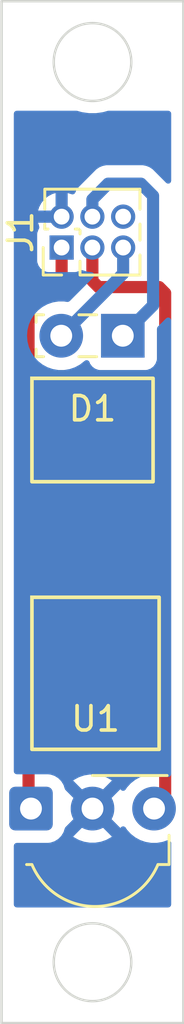
<source format=kicad_pcb>
(kicad_pcb (version 20240108) (generator "pcbnew") (generator_version "8.0")
  (layers (0 "F.Cu" signal) (31 "B.Cu" signal) (34 "B.Paste" user) (35 "F.Paste" user) (36 "B.SilkS" user "B.Silkscreen") (37 "F.SilkS" user "F.Silkscreen") (38 "B.Mask" user) (39 "F.Mask" user) (44 "Edge.Cuts" user))
  (net 0 "")
  (net 1 "Net-(D1-A)")
  (net 2 "Net-(D1-K)")
  (net 3 "GND")
  (net 4 "Lock")
  (net 5 "VCC")
  (footprint "OptoDevice:Vishay_MOLD-3Pin" (layer "F.Cu") (at 137.21 121.185)
    (property "Reference" "U1" (at 2.665 -3.685 0) (layer "F.SilkS"))
    (property "Value" "TSOP348xx" (hide yes))
    (fp_line (start 0.04 2.3) (end -0.18 2.3) (stroke (width 0.12)) (layer "F.SilkS"))
    (fp_line (start 5.62 -1.36) (end 2.54 -1.36) (stroke (width 0.12)) (layer "F.SilkS"))
    (fp_line (start 5.7 2.3) (end 5.24 2.3) (stroke (width 0.12)) (layer "F.SilkS"))
    (fp_line (start 5.7 2.3) (end 5.7 1.1) (stroke (width 0.12)) (layer "F.SilkS"))
    (fp_arc (start 5.24 2.3) (mid 2.64 4.023119) (end 0.04 2.3) (stroke (width 0.12)) (layer "F.SilkS"))
    (pad "1" thru_hole roundrect (at 0 0) (size 1.8 1.8) (drill 0.9) (layers "*.Cu" "*.Mask") (roundrect_rratio 0.138) (net 4 "Lock"))
    (pad "2" thru_hole circle (at 2.54 0) (size 1.8 1.8) (drill 0.9) (layers "*.Cu" "*.Mask") (net 3 "GND"))
    (pad "3" thru_hole circle (at 5.08 0) (size 1.8 1.8) (drill 0.9) (layers "*.Cu" "*.Mask") (net 5 "VCC"))
  )
  (footprint "Connector_PinHeader_1.27mm:PinHeader_2x03_P1.27mm_Vertical" (layer "F.Cu") (at 138.475 98.125 90)
    (property "Reference" "J1" (at 0.635 -1.695 90) (layer "F.SilkS"))
    (property "Value" "Conn_01x05_Male" (hide yes))
    (fp_line (start -1.13 -0.76) (end 0 -0.76) (stroke (width 0.12)) (layer "F.SilkS"))
    (fp_line (start 2.4 -0.695) (end 2.4 3.235) (stroke (width 0.12)) (layer "F.SilkS"))
    (fp_line (start 1.57753 -0.695) (end 2.4 -0.695) (stroke (width 0.12)) (layer "F.SilkS"))
    (fp_line (start 0.76 -0.695) (end 0.96247 -0.695) (stroke (width 0.12)) (layer "F.SilkS"))
    (fp_line (start 0.76 -0.563471) (end 0.76 -0.695) (stroke (width 0.12)) (layer "F.SilkS"))
    (fp_line (start -1.13 0) (end -1.13 -0.76) (stroke (width 0.12)) (layer "F.SilkS"))
    (fp_line (start 0.76 0.706529) (end 0.76 0.563471) (stroke (width 0.12)) (layer "F.SilkS"))
    (fp_line (start 0.563471 0.76) (end 0.706529 0.76) (stroke (width 0.12)) (layer "F.SilkS"))
    (fp_line (start -1.13 0.76) (end -0.563471 0.76) (stroke (width 0.12)) (layer "F.SilkS"))
    (fp_line (start -1.13 0.76) (end -1.13 3.235) (stroke (width 0.12)) (layer "F.SilkS"))
    (fp_line (start 1.57753 3.235) (end 2.4 3.235) (stroke (width 0.12)) (layer "F.SilkS"))
    (fp_line (start 0.30753 3.235) (end 0.96247 3.235) (stroke (width 0.12)) (layer "F.SilkS"))
    (fp_line (start -1.13 3.235) (end -0.30753 3.235) (stroke (width 0.12)) (layer "F.SilkS"))
    (pad "1" thru_hole rect (at 0 0 90) (size 1 1) (drill 0.65) (layers "*.Cu" "*.Mask") (net 4 "Lock"))
    (pad "2" thru_hole oval (at 1.27 0 90) (size 1 1) (drill 0.65) (layers "*.Cu" "*.Mask") (net 3 "GND"))
    (pad "3" thru_hole oval (at 0 1.27 90) (size 1 1) (drill 0.65) (layers "*.Cu" "*.Mask") (net 5 "VCC"))
    (pad "4" thru_hole oval (at 1.27 1.27 90) (size 1 1) (drill 0.65) (layers "*.Cu" "*.Mask") (net 2 "Net-(D1-K)"))
    (pad "5" thru_hole oval (at 0 2.54 90) (size 1 1) (drill 0.65) (layers "*.Cu" "*.Mask") (net 1 "Net-(D1-A)"))
    (pad "6" thru_hole oval (at 1.27 2.54 90) (size 1 1) (drill 0.65) (layers "*.Cu" "*.Mask"))
  )
  (footprint "LED_THT:LED_SideEmitter_Rectangular_W4.5mm_H1.6mm" (layer "F.Cu") (at 141 101.75 180)
    (property "Reference" "D1" (at 1.25 -3 0) (layer "F.SilkS"))
    (property "Value" "IRL81A" (hide yes))
    (fp_line (start 3.58 0.555) (end 3.58 0.861) (stroke (width 0.12)) (layer "F.SilkS"))
    (fp_line (start 3.58 -0.861) (end 3.58 -0.555) (stroke (width 0.12)) (layer "F.SilkS"))
    (fp_line (start 3.27 0.861) (end 3.58 0.861) (stroke (width 0.12)) (layer "F.SilkS"))
    (fp_line (start 3.27 -0.861) (end 3.58 -0.861) (stroke (width 0.12)) (layer "F.SilkS"))
    (fp_line (start 1.08 0.861) (end 1.811 0.861) (stroke (width 0.12)) (layer "F.SilkS"))
    (fp_line (start 1.08 -0.861) (end 1.811 -0.861) (stroke (width 0.12)) (layer "F.SilkS"))
    (pad "1" thru_hole rect (at 0 0 180) (size 1.8 1.8) (drill 0.9) (layers "*.Cu" "*.Mask") (net 2 "Net-(D1-K)"))
    (pad "2" thru_hole circle (at 2.54 0 180) (size 1.8 1.8) (drill 0.9) (layers "*.Cu" "*.Mask") (net 1 "Net-(D1-A)"))
  )
  (gr_rect (start 137.25 112.5) (end 142.5 118.75) (stroke (width 0.15)) (fill none) (layer "F.SilkS"))
  (gr_rect (start 137.25 103.5) (end 142.25 107.75) (stroke (width 0.15)) (fill none) (layer "F.SilkS"))
  (gr_circle (center 139.75 90.5) (end 141.35 90.5) (stroke (width 0.1)) (fill none) (layer "Edge.Cuts"))
  (gr_line (start 136 88) (end 143.5 88) (stroke (width 0.1)) (layer "Edge.Cuts"))
  (gr_line (start 143.5 88) (end 143.5 130) (stroke (width 0.1)) (layer "Edge.Cuts"))
  (gr_circle (center 139.75 127.5) (end 141.35 127.5) (stroke (width 0.1)) (fill none) (layer "Edge.Cuts"))
  (gr_line (start 143.5 130) (end 136 130) (stroke (width 0.1)) (layer "Edge.Cuts"))
  (gr_line (start 136 130) (end 136 88) (stroke (width 0.1)) (layer "Edge.Cuts"))
  (segment (start 141.015 99.195) (end 141.015 98.125) (width 0.5) (layer "B.Cu") (net 1))
  (segment (start 138.46 101.75) (end 141.015 99.195) (width 0.5) (layer "B.Cu") (net 1))
  (segment (start 141 101.75) (end 142.25 100.5) (width 0.5) (layer "B.Cu") (net 2))
  (segment (start 141.75 95.5) (end 140.392894 95.5) (width 0.5) (layer "B.Cu") (net 2))
  (segment (start 139.745 96.147894) (end 139.745 96.855) (width 0.5) (layer "B.Cu") (net 2))
  (segment (start 142.25 96) (end 141.75 95.5) (width 0.5) (layer "B.Cu") (net 2))
  (segment (start 142.25 100.5) (end 142.25 96) (width 0.5) (layer "B.Cu") (net 2))
  (segment (start 140.392894 95.5) (end 139.745 96.147894) (width 0.5) (layer "B.Cu") (net 2))
  (segment (start 137.11 100.14) (end 137.5 99.75) (width 0.5) (layer "F.Cu") (net 4))
  (segment (start 137.5 99.75) (end 138 99.75) (width 0.5) (layer "F.Cu") (net 4))
  (segment (start 138.475 99.275) (end 138.475 98.125) (width 0.5) (layer "F.Cu") (net 4))
  (segment (start 138 99.75) (end 138.475 99.275) (width 0.5) (layer "F.Cu") (net 4))
  (segment (start 137.21 121.185) (end 137.11 121.085) (width 0.5) (layer "F.Cu") (net 4))
  (segment (start 137.11 121.085) (end 137.11 100.14) (width 0.5) (layer "F.Cu") (net 4))
  (segment (start 142.75 100) (end 142.5 99.75) (width 0.5) (layer "F.Cu") (net 5))
  (segment (start 139.745 99.495) (end 139.745 98.125) (width 0.5) (layer "F.Cu") (net 5))
  (segment (start 142.75 120.725) (end 142.75 100) (width 0.5) (layer "F.Cu") (net 5))
  (segment (start 142.5 99.75) (end 140 99.75) (width 0.5) (layer "F.Cu") (net 5))
  (segment (start 142.29 121.185) (end 142.75 120.725) (width 0.5) (layer "F.Cu") (net 5))
  (segment (start 140 99.75) (end 139.745 99.495) (width 0.5) (layer "F.Cu") (net 5))
  (zone (net 3) (net_name "GND") (layer "B.Cu") (connect_pads (clearance 0.508)) (min_thickness 0.25) (fill yes (thermal_gap 0.5) (thermal_bridge_width 0.5))
    (polygon (pts (xy 136 92.5) (xy 136 125.25) (xy 143.5 125.25) (xy 143.5 92.5)))
  )
)
</source>
